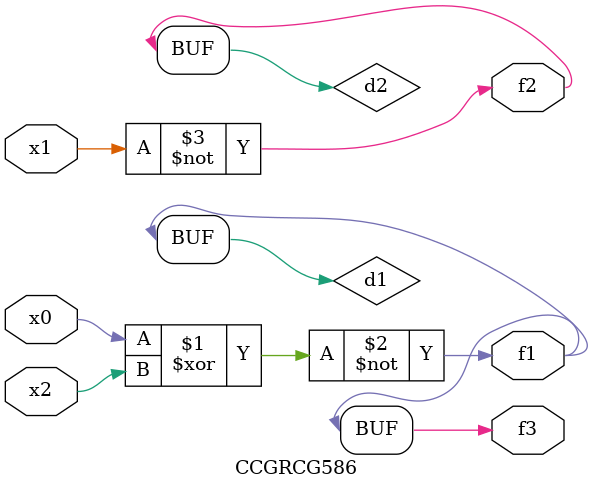
<source format=v>
module CCGRCG586(
	input x0, x1, x2,
	output f1, f2, f3
);

	wire d1, d2, d3;

	xnor (d1, x0, x2);
	nand (d2, x1);
	nor (d3, x1, x2);
	assign f1 = d1;
	assign f2 = d2;
	assign f3 = d1;
endmodule

</source>
